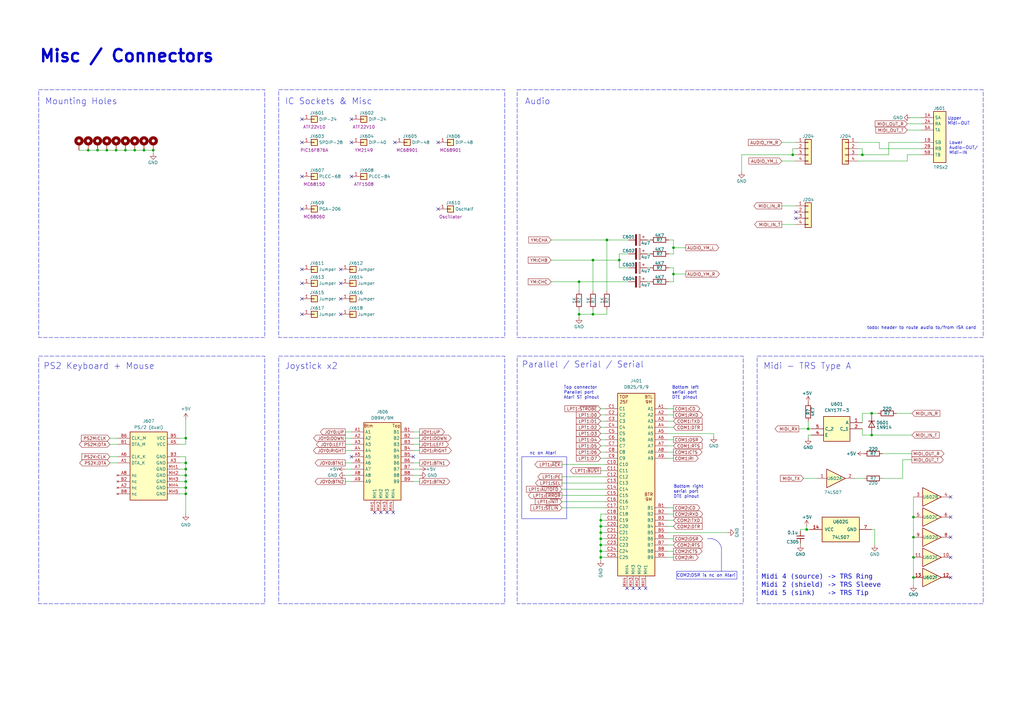
<source format=kicad_sch>
(kicad_sch (version 20230121) (generator eeschema)
  (paper "A3")
  (title_block (title "Raven 68060") (date "2024") (rev "A2") (company "Licensed under CERN-OHL-W v2") (comment 1 "(c)2024 Anders Granlund"))
  (junction (at 254 106.68))
  (junction (at 325.12 63.5))
  (junction (at 246.38 223.52))
  (junction (at 246.38 218.44))
  (junction (at 243.205 128.905))
  (junction (at 76.2 179.705))
  (junction (at 36.195 61.595))
  (junction (at 248.92 98.425))
  (junction (at 276.225 101.6))
  (junction (at 47.625 61.595))
  (junction (at 55.245 61.595))
  (junction (at 374.65 236.855))
  (junction (at 76.2 202.565))
  (junction (at 374.65 220.345))
  (junction (at 330.835 217.17))
  (junction (at 51.435 61.595))
  (junction (at 76.2 194.945))
  (junction (at 76.2 189.865))
  (junction (at 353.695 63.5))
  (junction (at 40.005 61.595))
  (junction (at 59.055 61.595))
  (junction (at 331.47 175.895))
  (junction (at 357.505 178.435))
  (junction (at 43.815 61.595))
  (junction (at 357.505 169.545))
  (junction (at 62.865 61.595))
  (junction (at 237.49 128.905))
  (junction (at 237.49 115.57))
  (junction (at 374.65 228.6))
  (junction (at 246.38 220.98))
  (junction (at 276.225 112.395))
  (junction (at 246.38 226.06))
  (junction (at 374.65 212.09))
  (junction (at 246.38 213.36))
  (junction (at 76.2 192.405))
  (junction (at 246.38 228.6))
  (junction (at 243.205 106.68))
  (junction (at 76.2 197.485))
  (junction (at 246.38 215.9))
  (junction (at 76.2 200.025))
  (no_connect (at 123.825 116.205))
  (no_connect (at 262.255 241.3))
  (no_connect (at 123.825 58.42))
  (no_connect (at 139.7 116.205))
  (no_connect (at 389.89 220.345))
  (no_connect (at 123.825 122.555))
  (no_connect (at 123.825 85.725))
  (no_connect (at 161.29 210.185))
  (no_connect (at 123.825 72.39))
  (no_connect (at 158.75 210.185))
  (no_connect (at 326.39 86.995))
  (no_connect (at 139.7 122.555))
  (no_connect (at 326.39 89.535))
  (no_connect (at 259.715 241.3))
  (no_connect (at 123.825 128.905))
  (no_connect (at 144.145 72.39))
  (no_connect (at 169.545 187.325))
  (no_connect (at 144.145 48.895))
  (no_connect (at 153.67 210.185))
  (no_connect (at 389.89 203.835))
  (no_connect (at 257.175 241.3))
  (no_connect (at 389.89 228.6))
  (no_connect (at 123.825 110.49))
  (no_connect (at 161.925 58.42))
  (no_connect (at 144.145 187.325))
  (no_connect (at 179.705 58.42))
  (no_connect (at 179.705 85.725))
  (no_connect (at 389.89 212.09))
  (no_connect (at 144.145 58.42))
  (no_connect (at 123.825 48.895))
  (no_connect (at 139.7 110.49))
  (no_connect (at 389.89 236.855))
  (no_connect (at 156.21 210.185))
  (no_connect (at 139.7 128.905))
  (no_connect (at 264.795 241.3))
  (wire (pts (xy 357.505 217.17) (xy 358.775 217.17)))
  (wire (pts (xy 361.95 186.055) (xy 374.015 186.055)))
  (wire (pts (xy 76.2 189.865) (xy 76.2 192.405)))
  (wire (pts (xy 32.385 61.595) (xy 36.195 61.595)))
  (wire (pts (xy 226.06 98.425) (xy 248.92 98.425)))
  (wire (pts (xy 358.775 217.17) (xy 358.775 223.52)))
  (wire (pts (xy 274.32 115.57) (xy 276.225 115.57)))
  (wire (pts (xy 292.735 177.8) (xy 292.735 179.07)))
  (wire (pts (xy 47.625 61.595) (xy 51.435 61.595)))
  (wire (pts (xy 243.205 106.68) (xy 243.205 119.38)))
  (wire (pts (xy 370.205 196.215) (xy 370.205 188.595)))
  (wire (pts (xy 45.085 189.865) (xy 48.26 189.865)))
  (wire (pts (xy 248.92 127) (xy 248.92 128.905)))
  (wire (pts (xy 230.505 198.12) (xy 248.285 198.12)))
  (wire (pts (xy 226.06 115.57) (xy 237.49 115.57)))
  (wire (pts (xy 351.79 58.42) (xy 360.68 58.42)))
  (wire (pts (xy 276.225 98.425) (xy 274.32 98.425)))
  (wire (pts (xy 55.245 61.595) (xy 59.055 61.595)))
  (wire (pts (xy 246.38 213.36) (xy 248.285 213.36)))
  (wire (pts (xy 246.38 177.8) (xy 248.285 177.8)))
  (wire (pts (xy 172.085 177.165) (xy 169.545 177.165)))
  (wire (pts (xy 325.12 63.5) (xy 326.39 63.5)))
  (wire (pts (xy 273.685 187.96) (xy 276.225 187.96)))
  (wire (pts (xy 326.39 60.96) (xy 325.12 60.96)))
  (wire (pts (xy 76.2 187.325) (xy 76.2 189.865)))
  (wire (pts (xy 377.825 58.42) (xy 364.49 58.42)))
  (wire (pts (xy 73.66 179.705) (xy 76.2 179.705)))
  (wire (pts (xy 353.695 169.545) (xy 357.505 169.545)))
  (wire (pts (xy 141.605 197.485) (xy 144.145 197.485)))
  (wire (pts (xy 243.205 127) (xy 243.205 128.905)))
  (wire (pts (xy 273.685 180.34) (xy 276.225 180.34)))
  (wire (pts (xy 372.11 63.5) (xy 377.825 63.5)))
  (wire (pts (xy 332.74 178.435) (xy 331.47 178.435)))
  (wire (pts (xy 364.49 58.42) (xy 364.49 63.5)))
  (wire (pts (xy 237.49 127) (xy 237.49 128.905)))
  (wire (pts (xy 265.43 98.425) (xy 266.7 98.425)))
  (wire (pts (xy 360.68 58.42) (xy 360.68 60.96)))
  (wire (pts (xy 45.085 182.245) (xy 48.26 182.245)))
  (wire (pts (xy 246.38 220.98) (xy 248.285 220.98)))
  (wire (pts (xy 265.43 104.14) (xy 266.7 104.14)))
  (wire (pts (xy 237.49 128.905) (xy 237.49 130.175)))
  (wire (pts (xy 257.81 109.855) (xy 254 109.855)))
  (wire (pts (xy 226.06 106.68) (xy 243.205 106.68)))
  (wire (pts (xy 243.205 106.68) (xy 254 106.68)))
  (wire (pts (xy 248.92 98.425) (xy 248.92 119.38)))
  (wire (pts (xy 330.835 215.9) (xy 330.835 217.17)))
  (wire (pts (xy 246.38 170.18) (xy 248.285 170.18)))
  (wire (pts (xy 141.605 184.785) (xy 144.145 184.785)))
  (wire (pts (xy 273.685 172.72) (xy 276.225 172.72)))
  (wire (pts (xy 372.11 66.04) (xy 372.11 63.5)))
  (wire (pts (xy 273.685 182.88) (xy 276.225 182.88)))
  (wire (pts (xy 172.085 182.245) (xy 169.545 182.245)))
  (wire (pts (xy 59.055 61.595) (xy 62.865 61.595)))
  (wire (pts (xy 73.66 189.865) (xy 76.2 189.865)))
  (wire (pts (xy 372.11 50.8) (xy 377.825 50.8)))
  (wire (pts (xy 73.66 200.025) (xy 76.2 200.025)))
  (wire (pts (xy 273.685 167.64) (xy 276.225 167.64)))
  (wire (pts (xy 353.695 63.5) (xy 351.79 63.5)))
  (wire (pts (xy 73.66 194.945) (xy 76.2 194.945)))
  (wire (pts (xy 246.38 218.44) (xy 248.285 218.44)))
  (wire (pts (xy 73.66 182.245) (xy 76.2 182.245)))
  (wire (pts (xy 246.38 167.64) (xy 248.285 167.64)))
  (wire (pts (xy 254 109.855) (xy 254 106.68)))
  (wire (pts (xy 254 106.68) (xy 254 104.14)))
  (wire (pts (xy 73.66 187.325) (xy 76.2 187.325)))
  (wire (pts (xy 353.695 178.435) (xy 357.505 178.435)))
  (wire (pts (xy 141.605 179.705) (xy 144.145 179.705)))
  (wire (pts (xy 276.225 112.395) (xy 281.305 112.395)))
  (wire (pts (xy 320.675 92.075) (xy 326.39 92.075)))
  (wire (pts (xy 276.225 98.425) (xy 276.225 101.6)))
  (wire (pts (xy 328.295 217.17) (xy 328.295 217.805)))
  (wire (pts (xy 237.49 115.57) (xy 257.81 115.57)))
  (wire (pts (xy 172.085 184.785) (xy 169.545 184.785)))
  (wire (pts (xy 254 104.14) (xy 257.81 104.14)))
  (wire (pts (xy 273.685 220.98) (xy 276.225 220.98)))
  (wire (pts (xy 246.38 226.06) (xy 248.285 226.06)))
  (wire (pts (xy 172.085 189.865) (xy 169.545 189.865)))
  (wire (pts (xy 327.66 175.895) (xy 331.47 175.895)))
  (wire (pts (xy 353.695 175.895) (xy 353.695 178.435)))
  (wire (pts (xy 246.38 193.04) (xy 248.285 193.04)))
  (wire (pts (xy 246.38 187.96) (xy 248.285 187.96)))
  (wire (pts (xy 73.66 192.405) (xy 76.2 192.405)))
  (wire (pts (xy 76.2 172.085) (xy 76.2 179.705)))
  (wire (pts (xy 230.505 195.58) (xy 248.285 195.58)))
  (wire (pts (xy 243.205 128.905) (xy 248.92 128.905)))
  (wire (pts (xy 374.65 203.835) (xy 374.65 212.09)))
  (wire (pts (xy 276.225 115.57) (xy 276.225 112.395)))
  (wire (pts (xy 374.65 228.6) (xy 374.65 236.855)))
  (wire (pts (xy 141.605 189.865) (xy 144.145 189.865)))
  (wire (pts (xy 230.505 200.66) (xy 248.285 200.66)))
  (wire (pts (xy 374.65 220.345) (xy 374.65 228.6)))
  (wire (pts (xy 320.675 66.04) (xy 326.39 66.04)))
  (wire (pts (xy 351.79 66.04) (xy 372.11 66.04)))
  (wire (pts (xy 374.65 236.855) (xy 374.65 240.03)))
  (wire (pts (xy 246.38 210.82) (xy 246.38 213.36)))
  (wire (pts (xy 273.685 175.26) (xy 276.225 175.26)))
  (wire (pts (xy 246.38 175.26) (xy 248.285 175.26)))
  (wire (pts (xy 141.605 194.945) (xy 144.145 194.945)))
  (wire (pts (xy 329.565 196.215) (xy 335.28 196.215)))
  (wire (pts (xy 276.225 104.14) (xy 276.225 101.6)))
  (wire (pts (xy 246.38 180.34) (xy 248.285 180.34)))
  (wire (pts (xy 237.49 128.905) (xy 243.205 128.905)))
  (wire (pts (xy 276.225 112.395) (xy 276.225 109.855)))
  (wire (pts (xy 273.685 208.28) (xy 276.225 208.28)))
  (wire (pts (xy 45.085 187.325) (xy 48.26 187.325)))
  (wire (pts (xy 276.225 101.6) (xy 281.305 101.6)))
  (wire (pts (xy 62.865 61.595) (xy 62.865 62.865)))
  (wire (pts (xy 76.2 197.485) (xy 76.2 200.025)))
  (wire (pts (xy 246.38 223.52) (xy 246.38 226.06)))
  (wire (pts (xy 246.38 215.9) (xy 248.285 215.9)))
  (wire (pts (xy 230.505 205.74) (xy 248.285 205.74)))
  (wire (pts (xy 331.47 175.895) (xy 331.47 172.72)))
  (wire (pts (xy 273.685 215.9) (xy 276.225 215.9)))
  (wire (pts (xy 172.085 192.405) (xy 169.545 192.405)))
  (wire (pts (xy 274.32 104.14) (xy 276.225 104.14)))
  (wire (pts (xy 141.605 192.405) (xy 144.145 192.405)))
  (wire (pts (xy 246.38 228.6) (xy 246.38 229.87)))
  (wire (pts (xy 357.505 169.545) (xy 357.505 170.18)))
  (wire (pts (xy 351.79 60.96) (xy 353.695 60.96)))
  (wire (pts (xy 172.085 197.485) (xy 169.545 197.485)))
  (wire (pts (xy 273.685 226.06) (xy 276.225 226.06)))
  (wire (pts (xy 373.38 48.26) (xy 377.825 48.26)))
  (wire (pts (xy 374.65 212.09) (xy 374.65 220.345)))
  (wire (pts (xy 357.505 178.435) (xy 374.015 178.435)))
  (wire (pts (xy 141.605 177.165) (xy 144.145 177.165)))
  (wire (pts (xy 304.165 63.5) (xy 325.12 63.5)))
  (wire (pts (xy 246.38 210.82) (xy 248.285 210.82)))
  (wire (pts (xy 367.665 169.545) (xy 374.015 169.545)))
  (wire (pts (xy 76.2 179.705) (xy 76.2 182.245)))
  (wire (pts (xy 246.38 223.52) (xy 248.285 223.52)))
  (wire (pts (xy 45.085 179.705) (xy 48.26 179.705)))
  (wire (pts (xy 273.685 223.52) (xy 276.225 223.52)))
  (wire (pts (xy 350.52 196.215) (xy 354.33 196.215)))
  (wire (pts (xy 273.685 210.82) (xy 276.225 210.82)))
  (wire (pts (xy 328.295 217.17) (xy 330.835 217.17)))
  (wire (pts (xy 325.12 60.96) (xy 325.12 63.5)))
  (wire (pts (xy 237.49 115.57) (xy 237.49 119.38)))
  (wire (pts (xy 331.47 178.435) (xy 331.47 179.705)))
  (wire (pts (xy 172.085 179.705) (xy 169.545 179.705)))
  (wire (pts (xy 360.68 60.96) (xy 377.825 60.96)))
  (wire (pts (xy 172.085 194.945) (xy 169.545 194.945)))
  (wire (pts (xy 372.11 53.34) (xy 377.825 53.34)))
  (wire (pts (xy 40.005 61.595) (xy 43.815 61.595)))
  (wire (pts (xy 36.195 61.595) (xy 40.005 61.595)))
  (wire (pts (xy 73.66 202.565) (xy 76.2 202.565)))
  (wire (pts (xy 246.38 228.6) (xy 248.285 228.6)))
  (wire (pts (xy 357.505 178.435) (xy 357.505 177.8)))
  (wire (pts (xy 265.43 115.57) (xy 266.7 115.57)))
  (wire (pts (xy 246.38 218.44) (xy 246.38 220.98)))
  (wire (pts (xy 230.505 203.2) (xy 248.285 203.2)))
  (wire (pts (xy 76.2 200.025) (xy 76.2 202.565)))
  (wire (pts (xy 370.205 188.595) (xy 374.015 188.595)))
  (wire (pts (xy 364.49 63.5) (xy 353.695 63.5)))
  (wire (pts (xy 246.38 182.88) (xy 248.285 182.88)))
  (wire (pts (xy 330.835 217.17) (xy 332.105 217.17)))
  (wire (pts (xy 320.675 84.455) (xy 326.39 84.455)))
  (wire (pts (xy 51.435 61.595) (xy 55.245 61.595)))
  (wire (pts (xy 230.505 190.5) (xy 248.285 190.5)))
  (wire (pts (xy 353.695 173.355) (xy 353.695 169.545)))
  (wire (pts (xy 276.225 109.855) (xy 274.32 109.855)))
  (wire (pts (xy 357.505 169.545) (xy 360.045 169.545)))
  (wire (pts (xy 246.38 215.9) (xy 246.38 218.44)))
  (wire (pts (xy 273.685 218.44) (xy 298.45 218.44)))
  (wire (pts (xy 320.675 58.42) (xy 326.39 58.42)))
  (wire (pts (xy 273.685 213.36) (xy 276.225 213.36)))
  (wire (pts (xy 246.38 172.72) (xy 248.285 172.72)))
  (wire (pts (xy 141.605 182.245) (xy 144.145 182.245)))
  (wire (pts (xy 273.685 185.42) (xy 276.225 185.42)))
  (wire (pts (xy 76.2 192.405) (xy 76.2 194.945)))
  (wire (pts (xy 246.38 220.98) (xy 246.38 223.52)))
  (wire (pts (xy 304.165 63.5) (xy 304.165 70.485)))
  (wire (pts (xy 230.505 208.28) (xy 248.285 208.28)))
  (wire (pts (xy 76.2 194.945) (xy 76.2 197.485)))
  (wire (pts (xy 246.38 226.06) (xy 246.38 228.6)))
  (wire (pts (xy 76.2 202.565) (xy 76.2 210.82)))
  (wire (pts (xy 273.685 228.6) (xy 276.225 228.6)))
  (wire (pts (xy 246.38 213.36) (xy 246.38 215.9)))
  (wire (pts (xy 73.66 197.485) (xy 76.2 197.485)))
  (wire (pts (xy 328.295 222.885) (xy 328.295 223.52)))
  (wire (pts (xy 246.38 185.42) (xy 248.285 185.42)))
  (wire (pts (xy 273.685 170.18) (xy 276.225 170.18)))
  (wire (pts (xy 47.625 61.595) (xy 43.815 61.595)))
  (wire (pts (xy 273.685 177.8) (xy 292.735 177.8)))
  (wire (pts (xy 248.92 98.425) (xy 257.81 98.425)))
  (wire (pts (xy 353.695 60.96) (xy 353.695 63.5)))
  (wire (pts (xy 331.47 175.895) (xy 332.74 175.895)))
  (wire (pts (xy 265.43 109.855) (xy 266.7 109.855)))
  (wire (pts (xy 361.95 196.215) (xy 370.205 196.215)))
  (arc (start 290.195 220.98) (mid 293.8416 221.7014) (end 295.91 224.79))
  (rectangle (start 310.515 146.05) (end 403.225 247.65) (stroke (width 0) (type dash)))
  (rectangle (start 114.3 146.05) (end 207.01 247.65) (stroke (width 0) (type dash)))
  (rectangle (start 15.875 146.05) (end 108.585 247.65) (stroke (width 0) (type dash)))
  (rectangle (start 295.91 224.79) (end 295.91 234.315))
  (rectangle (start 277.495 234.315) (end 302.26 237.49))
  (rectangle (start 213.995 187.325) (end 232.41 212.725))
  (rectangle (start 212.09 36.83) (end 403.225 138.43) (stroke (width 0) (type dash)))
  (rectangle (start 212.09 146.05) (end 304.8 247.65) (stroke (width 0) (type dash)))
  (rectangle (start 114.3 36.83) (end 207.01 138.43) (stroke (width 0) (type dash)))
  (rectangle (start 15.875 36.83) (end 108.585 138.43) (stroke (width 0) (type dash)))
  (text "PS2 Keyboard + Mouse" (at 17.78 151.765 0) (effects (font (size 2.54 2.54)) (justify left bottom)))
  (text "Bottom right\nserial port\nDTE pinout" (at 276.225 204.47 0) (effects (font (size 1.27 1.27)) (justify left bottom)))
  (text "IC Sockets & Misc" (at 116.84 43.18 0) (effects (font (size 2.54 2.54)) (justify left bottom)))
  (text "Parallel / Serial / Serial" (at 213.995 151.13 0) (effects (font (size 2.54 2.54)) (justify left bottom)))
  (text "Bottom left\nserial port\nDTE pinout" (at 275.59 163.83 0) (effects (font (size 1.27 1.27)) (justify left bottom)))
  (text "Mounting Holes" (at 18.415 43.18 0) (effects (font (size 2.54 2.54)) (justify left bottom)))
  (text "Midi - TRS Type A" (at 313.055 151.765 0) (effects (font (size 2.54 2.54)) (justify left bottom)))
  (text "Lower\nAudio-OUT/\nMidi-IN" (at 389.255 63.5 0) (effects (font (size 1.27 1.27)) (justify left bottom)))
  (text "COM2:DSR is nc on Atari\n" (at 277.495 236.855 0) (effects (font (size 1.27 1.27)) (justify left bottom)))
  (text "todo: header to route audio to/from ISA card" (at 355.6 135.255 0) (effects (font (size 1.27 1.27)) (justify left bottom)))
  (text "Midi 4 (source) -> TRS Ring\nMidi 2 (shield) -> TRS Sleeve\nMidi 5 (sink)   -> TRS Tip" (at 312.42 245.11 0) (effects (font (size 2 2)) (justify left bottom)))
  (text "nc on Atari\n" (at 217.17 186.69 0) (effects (font (size 1.27 1.27)) (justify left bottom)))
  (text "Misc / Connectors" (at 15.875 26.035 0) (effects (font (size 5 5) bold) (justify left bottom)))
  (text "Top connector\nParallel port\nAtari ST pinout" (at 231.14 163.83 0) (effects (font (size 1.27 1.27)) (justify left bottom)))
  (text "Joystick x2" (at 116.84 151.765 0) (effects (font (size 2.54 2.54)) (justify left bottom)))
  (text "Audio" (at 215.265 43.18 0) (effects (font (size 2.54 2.54)) (justify left bottom)))
  (text "Upper\nMidi-OUT" (at 388.62 51.435 0) (effects (font (size 1.27 1.27)) (justify left bottom)))
  (global_label "MIDI_RX" (shape output) (at 327.66 175.895 180) (property "Intersheetrefs" "${INTERSHEET_REFS}" (effects hide)))
  (global_label "LPT1:D6" (shape input) (at 246.38 185.42 180) (property "Intersheetrefs" "${INTERSHEET_REFS}" (effects hide)))
  (global_label "LPT1:D5" (shape input) (at 246.38 182.88 180) (property "Intersheetrefs" "${INTERSHEET_REFS}" (effects hide)))
  (global_label "COM1:DTR" (shape input) (at 276.225 175.26 0) (property "Intersheetrefs" "${INTERSHEET_REFS}" (effects hide)))
  (global_label "PS2K:CLK" (shape input) (at 45.085 187.325 180) (property "Intersheetrefs" "${INTERSHEET_REFS}" (effects hide)))
  (global_label "MIDI_OUT_R" (shape input) (at 372.11 50.8 180) (property "Intersheetrefs" "${INTERSHEET_REFS}" (effects hide)))
  (global_label "COM1:RTS" (shape input) (at 276.225 182.88 0) (property "Intersheetrefs" "${INTERSHEET_REFS}" (effects hide)))
  (global_label "COM2:CTS" (shape output) (at 276.225 226.06 0) (property "Intersheetrefs" "${INTERSHEET_REFS}" (effects hide)))
  (global_label "COM1:RI" (shape output) (at 276.225 187.96 0) (property "Intersheetrefs" "${INTERSHEET_REFS}" (effects hide)))
  (global_label "COM1:RXD" (shape output) (at 276.225 170.18 0) (property "Intersheetrefs" "${INTERSHEET_REFS}" (effects hide)))
  (global_label "COM1:TXD" (shape input) (at 276.225 172.72 0) (property "Intersheetrefs" "${INTERSHEET_REFS}" (effects hide)))
  (global_label "LPT1:SEL" (shape output) (at 230.505 198.12 180) (property "Intersheetrefs" "${INTERSHEET_REFS}" (effects hide)))
  (global_label "MIDI_IN_R" (shape output) (at 320.675 84.455 180) (property "Intersheetrefs" "${INTERSHEET_REFS}" (effects hide)))
  (global_label "COM2:RI" (shape output) (at 276.225 228.6 0) (property "Intersheetrefs" "${INTERSHEET_REFS}" (effects hide)))
  (global_label "MIDI_OUT_T" (shape input) (at 372.11 53.34 180) (property "Intersheetrefs" "${INTERSHEET_REFS}" (effects hide)))
  (global_label "LPT1:~{BUSY}" (shape output) (at 246.38 193.04 180) (property "Intersheetrefs" "${INTERSHEET_REFS}" (effects hide)))
  (global_label "YM:CHB" (shape input) (at 226.06 106.68 180) (property "Intersheetrefs" "${INTERSHEET_REFS}" (effects hide)))
  (global_label "LPT1:~{STROBE}" (shape input) (at 246.38 167.64 180) (property "Intersheetrefs" "${INTERSHEET_REFS}" (effects hide)))
  (global_label "JOY0:BTN2" (shape output) (at 141.605 197.485 180) (property "Intersheetrefs" "${INTERSHEET_REFS}" (effects hide)))
  (global_label "PS2K:DTA" (shape bidirectional) (at 45.085 189.865 180) (property "Intersheetrefs" "${INTERSHEET_REFS}" (effects hide)))
  (global_label "LPT1:D1" (shape input) (at 246.38 172.72 180) (property "Intersheetrefs" "${INTERSHEET_REFS}" (effects hide)))
  (global_label "JOY0:LEFT" (shape output) (at 141.605 182.245 180) (property "Intersheetrefs" "${INTERSHEET_REFS}" (effects hide)))
  (global_label "AUDIO_YM_R" (shape output) (at 281.305 112.395 0) (property "Intersheetrefs" "${INTERSHEET_REFS}" (effects hide)))
  (global_label "MIDI_OUT_R" (shape output) (at 374.015 186.055 0) (property "Intersheetrefs" "${INTERSHEET_REFS}" (effects hide)))
  (global_label "JOY1:BTN1" (shape output) (at 172.085 189.865 0) (property "Intersheetrefs" "${INTERSHEET_REFS}" (effects hide)))
  (global_label "COM2:DSR" (shape output) (at 276.225 220.98 0) (property "Intersheetrefs" "${INTERSHEET_REFS}" (effects hide)))
  (global_label "LPT1:D4" (shape input) (at 246.38 180.34 180) (property "Intersheetrefs" "${INTERSHEET_REFS}" (effects hide)))
  (global_label "COM2:RTS" (shape input) (at 276.225 223.52 0) (property "Intersheetrefs" "${INTERSHEET_REFS}" (effects hide)))
  (global_label "LPT1:PE" (shape output) (at 230.505 195.58 180) (property "Intersheetrefs" "${INTERSHEET_REFS}" (effects hide)))
  (global_label "AUDIO_YM_R" (shape input) (at 320.675 58.42 180) (property "Intersheetrefs" "${INTERSHEET_REFS}" (effects hide)))
  (global_label "AUDIO_YM_L" (shape input) (at 320.675 66.04 180) (property "Intersheetrefs" "${INTERSHEET_REFS}" (effects hide)))
  (global_label "COM2:TXD" (shape input) (at 276.225 213.36 0) (property "Intersheetrefs" "${INTERSHEET_REFS}" (effects hide)))
  (global_label "COM2:DTR" (shape input) (at 276.225 215.9 0) (property "Intersheetrefs" "${INTERSHEET_REFS}" (effects hide)))
  (global_label "LPT1:D0" (shape input) (at 246.38 170.18 180) (property "Intersheetrefs" "${INTERSHEET_REFS}" (effects hide)))
  (global_label "JOY1:LEFT" (shape output) (at 172.085 182.245 0) (property "Intersheetrefs" "${INTERSHEET_REFS}" (effects hide)))
  (global_label "LPT1:~{INIT}" (shape input) (at 230.505 205.74 180) (property "Intersheetrefs" "${INTERSHEET_REFS}" (effects hide)))
  (global_label "JOY0:RIGHT" (shape output) (at 141.605 184.785 180) (property "Intersheetrefs" "${INTERSHEET_REFS}" (effects hide)))
  (global_label "YM:CHC" (shape input) (at 226.06 115.57 180) (property "Intersheetrefs" "${INTERSHEET_REFS}" (effects hide)))
  (global_label "JOY1:RIGHT" (shape output) (at 172.085 184.785 0) (property "Intersheetrefs" "${INTERSHEET_REFS}" (effects hide)))
  (global_label "MIDI_IN_T" (shape input) (at 374.015 178.435 0) (property "Intersheetrefs" "${INTERSHEET_REFS}" (effects hide)))
  (global_label "JOY0:UP" (shape output) (at 141.605 177.165 180) (property "Intersheetrefs" "${INTERSHEET_REFS}" (effects hide)))
  (global_label "AUDIO_YM_L" (shape output) (at 281.305 101.6 0) (property "Intersheetrefs" "${INTERSHEET_REFS}" (effects hide)))
  (global_label "LPT1:D7" (shape input) (at 246.38 187.96 180) (property "Intersheetrefs" "${INTERSHEET_REFS}" (effects hide)))
  (global_label "MIDI_OUT_T" (shape output) (at 374.015 188.595 0) (property "Intersheetrefs" "${INTERSHEET_REFS}" (effects hide)))
  (global_label "COM1:CD" (shape output) (at 276.225 167.64 0) (property "Intersheetrefs" "${INTERSHEET_REFS}" (effects hide)))
  (global_label "LPT1:~{ERROR}" (shape output) (at 230.505 203.2 180) (property "Intersheetrefs" "${INTERSHEET_REFS}" (effects hide)))
  (global_label "LPT1:~{SELIN}" (shape input) (at 230.505 208.28 180) (property "Intersheetrefs" "${INTERSHEET_REFS}" (effects hide)))
  (global_label "COM2:CD" (shape output) (at 276.225 208.28 0) (property "Intersheetrefs" "${INTERSHEET_REFS}" (effects hide)))
  (global_label "COM2:RXD" (shape output) (at 276.225 210.82 0) (property "Intersheetrefs" "${INTERSHEET_REFS}" (effects hide)))
  (global_label "PS2M:DTA" (shape bidirectional) (at 45.085 182.245 180) (property "Intersheetrefs" "${INTERSHEET_REFS}" (effects hide)))
  (global_label "JOY1:BTN2" (shape output) (at 172.085 197.485 0) (property "Intersheetrefs" "${INTERSHEET_REFS}" (effects hide)))
  (global_label "COM1:DSR" (shape output) (at 276.225 180.34 0) (property "Intersheetrefs" "${INTERSHEET_REFS}" (effects hide)))
  (global_label "MIDI_TX" (shape input) (at 329.565 196.215 180) (property "Intersheetrefs" "${INTERSHEET_REFS}" (effects hide)))
  (global_label "MIDI_IN_T" (shape output) (at 320.675 92.075 180) (property "Intersheetrefs" "${INTERSHEET_REFS}" (effects hide)))
  (global_label "PS2M:CLK" (shape input) (at 45.085 179.705 180) (property "Intersheetrefs" "${INTERSHEET_REFS}" (effects hide)))
  (global_label "COM1:CTS" (shape output) (at 276.225 185.42 0) (property "Intersheetrefs" "${INTERSHEET_REFS}" (effects hide)))
  (global_label "LPT1:D2" (shape input) (at 246.38 175.26 180) (property "Intersheetrefs" "${INTERSHEET_REFS}" (effects hide)))
  (global_label "JOY0:BTN1" (shape output) (at 141.605 189.865 180) (property "Intersheetrefs" "${INTERSHEET_REFS}" (effects hide)))
  (global_label "YM:CHA" (shape input) (at 226.06 98.425 180) (property "Intersheetrefs" "${INTERSHEET_REFS}" (effects hide)))
  (global_label "JOY1:DOWN" (shape output) (at 172.085 179.705 0) (property "Intersheetrefs" "${INTERSHEET_REFS}" (effects hide)))
  (global_label "JOY1:UP" (shape output) (at 172.085 177.165 0) (property "Intersheetrefs" "${INTERSHEET_REFS}" (effects hide)))
  (global_label "LPT1:~{AUTOFD}" (shape input) (at 230.505 200.66 180) (property "Intersheetrefs" "${INTERSHEET_REFS}" (effects hide)))
  (global_label "LPT1:~{ACK}" (shape output) (at 230.505 190.5 180) (property "Intersheetrefs" "${INTERSHEET_REFS}" (effects hide)))
  (global_label "LPT1:D3" (shape input) (at 246.38 177.8 180) (property "Intersheetrefs" "${INTERSHEET_REFS}" (effects hide)))
  (global_label "JOY0:DOWN" (shape output) (at 141.605 179.705 180) (property "Intersheetrefs" "${INTERSHEET_REFS}" (effects hide)))
  (global_label "MIDI_IN_R" (shape input) (at 374.015 169.545 0) (property "Intersheetrefs" "${INTERSHEET_REFS}" (effects hide)))
  (symbol (lib_id "68k:STX-4235-33") (at 377.825 48.26 0) (unit 1)
    (property "Reference" "J601" (at 382.905 44.45 0) (effects (justify left)))
    (property "Value" "TRSx2" (at 382.905 68.58 0) (effects (justify left)))
    (property "Footprint" "68k:STX4235-33" (effects hide))
    (property "Datasheet" "https://www.kycon.com/Pub_Eng_Draw/STX-4235-3-3-N.pdf" (effects hide))
    (property "Mouser Part Number" "806-STX-4235-3/3-N" (effects hide))
    (property "Manufacturer_Name" "Kycon" (effects hide))
    (property "Manufacturer_Part_Number" "STX-4235-3/3-N" (effects hide))
  )
  (symbol (lib_id "Connector_Generic:Conn_01x01") (at 184.785 85.725 0) (unit 1) (on_board no)
    (property "Reference" "JX610" (at 182.88 83.185 0) (effects (justify left)))
    (property "Value" "OscHalf" (at 186.69 85.725 0) (effects (justify left)))
    (property "Datasheet" "https://www.mouser.se/datasheet/2/35/14005-oscillator-socket-1225747.pdf" (effects hide))
    (property "IC" "Oscillator" (at 184.785 88.9 0))
    (property "Manufacturer_Name" "Aries Electronics" (effects hide))
    (property "Manufacturer_Part_Number" "1108800" (effects hide))
  )
  (symbol (lib_id "power:+5V") (at 354.33 186.055 90) (unit 1)
    (property "Reference" "#PWR?" (effects hide))
    (property "Value" "+5V" (at 351.155 186.055 90) (effects (justify left)))
    (instances (project "raven" (path "" (reference "#PWR?") (unit 1)) (path "" (reference "#PWR0404") (unit 1)) (path "" (reference "#PWR0434") (unit 1)) (path "" (reference "#PWR0609") (unit 1))))
  )
  (symbol (lib_id "68k:ATX_Hole") (at 59.055 59.055 0) (unit 1) (in_bom no)
    (property "Reference" "H?" (effects hide))
    (property "Value" "MountingHole_Pad-Mechanical" (effects hide))
    (property "Footprint" "68k:ATX_hole" (effects hide))
    (instances (project "raven" (path "" (reference "H?") (unit 1)) (path "" (reference "H208") (unit 1)) (path "" (reference "H608") (unit 1))))
  )
  (symbol (lib_id "Connector_Generic:Conn_01x01") (at 128.905 85.725 0) (unit 1) (on_board no)
    (property "Reference" "JX609" (at 127 83.185 0) (effects (justify left)))
    (property "Value" "PGA-206" (at 130.81 85.725 0) (effects (justify left)))
    (property "IC" "MC68060" (at 128.905 88.9 0))
    (property "Manufacturer_Name" "Archi-TECH" (effects hide))
    (property "Manufacturer_Part_Number" "1870-5222B" (effects hide))
  )
  (symbol (lib_id "Connector_Generic:Conn_01x01") (at 128.905 58.42 0) (unit 1) (on_board no)
    (property "Reference" "JX603" (at 127 55.88 0) (effects (justify left)))
    (property "Value" "SPDIP-28" (at 130.81 58.42 0) (effects (justify left)))
    (property "Footprint" "Package_DIP:DIP-28_W7.62mm_Socket" (effects hide))
    (property "IC" "PIC16F876A" (at 128.905 61.595 0))
    (property "Manufacturer_Name" "TE Connectivity" (effects hide))
    (property "Manufacturer_Part_Number" "1-2199298-9" (effects hide))
  )
  (symbol (lib_id "Diode:1N914") (at 357.505 173.99 270) (unit 1)
    (property "Reference" "D601" (at 359.41 173.355 90) (effects (justify left)))
    (property "Value" "1N914" (at 359.41 175.26 90) (effects (justify left)))
    (property "Footprint" "Diode_SMD:D_SOD-123F" (effects hide))
    (property "Datasheet" "http://www.vishay.com/docs/85622/1n914.pdf" (effects hide))
    (property "Sim.Device" "D" (effects hide))
    (property "Sim.Pins" "1=K 2=A" (effects hide))
    (property "Manufacturer_Name" "Taiwan Semiconductor" (effects hide))
    (property "Manufacturer_Part_Number" "1N914BW RHG" (effects hide))
  )
  (symbol (lib_id "Connector_Generic:Conn_01x01") (at 128.905 122.555 0) (unit 1) (on_board no)
    (property "Reference" "JX615" (at 127 120.015 0) (effects (justify left)))
    (property "Value" "Jumper" (at 130.81 122.555 0) (effects (justify left)))
    (property "Datasheet" "https://www.mouser.se/datasheet/2/418/8/ENG_CD_881545_K4-2298374.pdf" (effects hide))
    (property "Manufacturer_Name" "TE Connectivity" (effects hide))
    (property "Manufacturer_Part_Number" "1-881545-4" (effects hide))
  )
  (symbol (lib_id "68k:ATX_Hole") (at 32.385 59.055 0) (unit 1) (in_bom no)
    (property "Reference" "H?" (effects hide))
    (property "Value" "MountingHole_Pad-Mechanical" (effects hide))
    (property "Footprint" "68k:ATX_hole" (effects hide))
    (instances (project "raven" (path "" (reference "H?") (unit 1)) (path "" (reference "H201") (unit 1)) (path "" (reference "H601") (unit 1))))
  )
  (symbol (lib_id "power:GND") (at 373.38 48.26 270) (unit 1)
    (property "Reference" "#PWR?" (effects hide))
    (property "Value" "GND" (at 368.3 48.26 90))
    (instances (project "raven" (path "" (reference "#PWR?") (unit 1)) (path "" (reference "#PWR0338") (unit 1)) (path "" (reference "#PWR0415") (unit 1)) (path "" (reference "#PWR0437") (unit 1)) (path "" (reference "#PWR0601") (unit 1))))
  )
  (symbol (lib_id "Connector_Generic:Conn_01x01") (at 144.78 110.49 0) (unit 1) (on_board no)
    (property "Reference" "JX612" (at 142.875 107.95 0) (effects (justify left)))
    (property "Value" "Jumper" (at 146.685 110.49 0) (effects (justify left)))
    (property "Datasheet" "https://www.mouser.se/datasheet/2/418/8/ENG_CD_881545_K4-2298374.pdf" (effects hide))
    (property "Manufacturer_Name" "TE Connectivity" (effects hide))
    (property "Manufacturer_Part_Number" "1-881545-4" (effects hide))
  )
  (symbol (lib_id "Connector_Generic:Conn_01x04") (at 346.71 60.96 0) (mirror y) (unit 1)
    (property "Reference" "J204" (at 346.71 55.88 0))
    (property "Value" "PinHdr_01x04" (effects hide))
    (property "Footprint" "Connector_PinHeader_2.54mm:PinHeader_1x04_P2.54mm_Vertical" (effects hide))
    (property "Manufacturer_Name" "Wurth Elektronik" (effects hide))
    (property "Manufacturer_Part_Number" "61300411121" (effects hide))
    (instances (project "raven" (path "" (reference "J204") (unit 1)) (path "" (reference "J603") (unit 1))))
  )
  (symbol (lib_id "74xx:74LS07") (at 382.27 212.09 0) (unit 3)
    (property "Reference" "U602" (at 381.635 212.09 0))
    (property "Value" "74LS07" (effects hide))
    (property "Footprint" "Package_SO:SOIC-14_3.9x8.7mm_P1.27mm" (effects hide))
    (property "Datasheet" "www.ti.com/lit/ds/symlink/sn74ls07.pdf" (effects hide))
    (property "Manufacturer_Name" "TI" (effects hide))
    (property "Manufacturer_Part_Number" "SN74LS07DR" (effects hide))
  )
  (symbol (lib_id "68k:ATX_Hole") (at 36.195 59.055 0) (unit 1) (in_bom no)
    (property "Reference" "H?" (effects hide))
    (property "Value" "MountingHole_Pad-Mechanical" (effects hide))
    (property "Footprint" "68k:ATX_hole" (effects hide))
    (instances (project "raven" (path "" (reference "H?") (unit 1)) (path "" (reference "H202") (unit 1)) (path "" (reference "H602") (unit 1))))
  )
  (symbol (lib_id "power:GND") (at 328.295 223.52 0) (unit 1)
    (property "Reference" "#PWR?" (effects hide))
    (property "Value" "GND" (at 328.295 227.33 0))
    (instances (project "raven" (path "" (reference "#PWR?") (unit 1)) (path "" (reference "#PWR0338") (unit 1)) (path "" (reference "#PWR0415") (unit 1)) (path "" (reference "#PWR0437") (unit 1)) (path "" (reference "#PWR0617") (unit 1))))
  )
  (symbol (lib_id "68k:DB9M/9M") (at 144.145 177.165 0) (unit 1)
    (property "Reference" "J606" (at 156.845 168.91 0))
    (property "Value" "DB9M/9M" (at 156.845 171.45 0))
    (property "Footprint" "K42XE9PPA4NJ" (effects hide))
    (property "Datasheet" "https://componentsearchengine.com/Datasheets/1/K42X-E9P_P-A4NJ.pdf" (effects hide))
    (property "Height" "31.6" (effects hide))
    (property "Mouser Part Number" "806-K42X-E9P/P-A4NJ" (effects hide))
    (property "Mouser Price/Stock" "https://www.mouser.com/Search/Refine.aspx?Keyword=806-K42X-E9P%2FP-A4NJ" (effects hide))
    (property "Manufacturer_Name" "Kycon" (effects hide))
    (property "Manufacturer_Part_Number" "K42X-E9P/P-A4NJ" (effects hide))
  )
  (symbol (lib_id "power:+5V") (at 331.47 165.1 0) (unit 1)
    (property "Reference" "#PWR?" (effects hide))
    (property "Value" "+5V" (at 328.93 161.29 0) (effects (justify left)))
    (instances (project "raven" (path "" (reference "#PWR?") (unit 1)) (path "" (reference "#PWR0404") (unit 1)) (path "" (reference "#PWR0434") (unit 1)) (path "" (reference "#PWR0605") (unit 1))))
  )
  (symbol (lib_id "Connector_Generic:Conn_01x01") (at 149.225 48.895 0) (unit 1) (on_board no)
    (property "Reference" "JX602" (at 147.32 46.355 0) (effects (justify left)))
    (property "Value" "DIP-24" (at 151.13 48.895 0) (effects (justify left)))
    (property "Footprint" "Package_DIP:DIP-24_W7.62mm_Socket" (effects hide))
    (property "IC" "ATF22V10" (at 149.225 52.07 0))
    (property "Manufacturer_Name" "TE Connectivity" (effects hide))
    (property "Manufacturer_Part_Number" "1-2199298-8" (effects hide))
  )
  (symbol (lib_id "68k:ATX_Hole") (at 40.005 59.055 0) (unit 1) (in_bom no)
    (property "Reference" "H?" (effects hide))
    (property "Value" "MountingHole_Pad-Mechanical" (effects hide))
    (property "Footprint" "68k:ATX_hole" (effects hide))
    (instances (project "raven" (path "" (reference "H?") (unit 1)) (path "" (reference "H203") (unit 1)) (path "" (reference "H603") (unit 1))))
  )
  (symbol (lib_id "Device:R") (at 248.92 123.19 0) (unit 1)
    (property "Reference" "R?" (at 248.92 123.19 90))
    (property "Value" "1K" (at 247.015 123.19 90))
    (property "Footprint" "Resistor_SMD:R_1206_3216Metric_Pad1.30x1.75mm_HandSolder" (effects hide))
    (property "Manufacturer_Name" "Yageo" (effects hide))
    (property "Manufacturer_Part_Number" "RT1206FRE071KL" (effects hide))
    (instances (project "raven" (path "" (reference "R?") (unit 1)) (path "" (reference "R19") (unit 1)) (path "" (reference "R401") (unit 1)) (path "" (reference "R412") (unit 1)) (path "" (reference "R607") (unit 1))))
  )
  (symbol (lib_id "Connector_Generic:Conn_01x04") (at 331.47 86.995 0) (unit 1)
    (property "Reference" "J204" (at 331.47 81.915 0))
    (property "Value" "PinHdr_01x04" (effects hide))
    (property "Footprint" "Connector_PinHeader_2.54mm:PinHeader_1x04_P2.54mm_Vertical" (effects hide))
    (property "Manufacturer_Name" "Wurth Elektronik" (effects hide))
    (property "Manufacturer_Part_Number" "61300411121" (effects hide))
    (instances (project "raven" (path "" (reference "J204") (unit 1)) (path "" (reference "J604") (unit 1))))
  )
  (symbol (lib_id "power:GND") (at 374.65 240.03 0) (unit 1)
    (property "Reference" "#PWR?" (effects hide))
    (property "Value" "GND" (at 374.65 243.84 0))
    (instances (project "raven" (path "" (reference "#PWR?") (unit 1)) (path "" (reference "#PWR0338") (unit 1)) (path "" (reference "#PWR0415") (unit 1)) (path "" (reference "#PWR0437") (unit 1)) (path "" (reference "#PWR0620") (unit 1))))
  )
  (symbol (lib_id "Device:R") (at 363.855 169.545 270) (unit 1)
    (property "Reference" "R?" (at 363.855 169.545 90))
    (property "Value" "220" (at 363.855 167.64 90))
    (property "Footprint" "Resistor_SMD:R_1206_3216Metric_Pad1.30x1.75mm_HandSolder" (effects hide))
    (property "Manufacturer_Name" "Yageo" (effects hide))
    (property "Manufacturer_Part_Number" "RT1206FRE07220RL" (effects hide))
    (instances (project "raven" (path "" (reference "R?") (unit 1)) (path "" (reference "R19") (unit 1)) (path "" (reference "R401") (unit 1)) (path "" (reference "R415") (unit 1)) (path "" (reference "R609") (unit 1))))
  )
  (symbol (lib_id "Connector_Generic:Conn_01x01") (at 128.905 116.205 0) (unit 1) (on_board no)
    (property "Reference" "JX613" (at 127 113.665 0) (effects (justify left)))
    (property "Value" "Jumper" (at 130.81 116.205 0) (effects (justify left)))
    (property "Datasheet" "https://www.mouser.se/datasheet/2/418/8/ENG_CD_881545_K4-2298374.pdf" (effects hide))
    (property "Manufacturer_Name" "TE Connectivity" (effects hide))
    (property "Manufacturer_Part_Number" "1-881545-4" (effects hide))
  )
  (symbol (lib_id "68k:PS/2 (dual)") (at 48.26 179.705 0) (unit 1)
    (property "Reference" "J607" (at 60.96 172.72 0))
    (property "Value" "PS/2 (dual)" (at 60.96 175.26 0))
    (property "Footprint" "KMDGX6SGPS4N" (effects hide))
    (property "Datasheet" "https://www.mouser.se/datasheet/2/222/KMDGX_STACKED-334813.pdf" (effects hide))
    (property "Height" "28.55" (effects hide))
    (property "Mouser Part Number" "806-KMDGX-6SGP-S4N" (effects hide))
    (property "Mouser Price/Stock" "https://www.mouser.co.uk/ProductDetail/Kycon/KMDGX-6SG-P-S4N?qs=wzaPhkLM3Q5CI9SGP7X58Q%3D%3D" (effects hide))
    (property "Manufacturer_Name" "Kycon" (effects hide))
    (property "Manufacturer_Part_Number" "KMDGX-6SG/P-S4N" (effects hide))
  )
  (symbol (lib_id "Connector_Generic:Conn_01x01") (at 149.225 72.39 0) (unit 1) (on_board no)
    (property "Reference" "JX608" (at 147.32 69.85 0) (effects (justify left)))
    (property "Value" "PLCC-84" (at 151.13 72.39 0) (effects (justify left)))
    (property "Footprint" "Package_LCC:PLCC-84_THT-Socket" (effects hide))
    (property "IC" "ATF1508" (at 149.225 75.565 0))
    (property "Manufacturer_Name" "Preci-dip" (effects hide))
    (property "Manufacturer_Part_Number" "540-88-084-24-008" (effects hide))
  )
  (symbol (lib_id "power:+5V") (at 172.085 192.405 270) (mirror x) (unit 1)
    (property "Reference" "#PWR0611" (effects hide))
    (property "Value" "+5V" (at 174.625 192.405 90) (effects (justify left)))
  )
  (symbol (lib_id "Connector_Generic:Conn_01x01") (at 167.005 58.42 0) (unit 1) (on_board no)
    (property "Reference" "JX605" (at 165.1 55.88 0) (effects (justify left)))
    (property "Value" "DIP-48" (at 168.91 58.42 0) (effects (justify left)))
    (property "Footprint" "Package_DIP:DIP-48_W15.24mm_Socket" (effects hide))
    (property "IC" "MC68901" (at 167.005 61.595 0))
    (property "Manufacturer_Name" "3M" (effects hide))
    (property "Manufacturer_Part_Number" "4848-6000-CP" (effects hide))
  )
  (symbol (lib_id "power:+5V") (at 141.605 192.405 90) (unit 1)
    (property "Reference" "#PWR0610" (effects hide))
    (property "Value" "+5V" (at 139.065 192.405 90) (effects (justify left)))
  )
  (symbol (lib_id "68k:CNY17F-3") (at 360.68 173.355 0) (mirror y) (unit 1)
    (property "Reference" "U601" (at 343.2175 165.735 0))
    (property "Value" "CNY17F-3" (at 343.2175 168.275 0))
    (property "Footprint" "DIP762W60P254L730H430Q6N" (effects hide))
    (property "Datasheet" "https://componentsearchengine.com/Datasheets/2/CNY17F-3.pdf" (effects hide))
    (property "Height" "4.3" (effects hide))
    (property "Mouser Part Number" "782-CNY17F-3" (effects hide))
    (property "Mouser Price/Stock" "https://www.mouser.co.uk/ProductDetail/Vishay-Semiconductors/CNY17F-3?qs=xCMk%252BIHWTZPgGZuXIQVmMQ%3D%3D" (effects hide))
    (property "Manufacturer_Name" "Vishay" (effects hide))
    (property "Manufacturer_Part_Number" "CNY17F-3" (effects hide))
  )
  (symbol (lib_id "Device:R") (at 270.51 104.14 270) (unit 1)
    (property "Reference" "R?" (at 270.51 104.14 90))
    (property "Value" "4K7" (at 270.51 102.235 90))
    (property "Footprint" "Resistor_SMD:R_1206_3216Metric_Pad1.30x1.75mm_HandSolder" (effects hide))
    (property "Manufacturer_Name" "Yageo" (effects hide))
    (property "Manufacturer_Part_Number" "RT1206FRE074K7L" (effects hide))
    (instances (project "raven" (path "" (reference "R?") (unit 1)) (path "" (reference "R19") (unit 1)) (path "" (reference "R401") (unit 1)) (path "" (reference "R412") (unit 1)) (path "" (reference "R602") (unit 1))))
  )
  (symbol (lib_id "power:GND") (at 358.775 223.52 0) (unit 1)
    (property "Reference" "#PWR?" (effects hide))
    (property "Value" "GND" (at 358.775 227.33 0))
    (instances (project "raven" (path "" (reference "#PWR?") (unit 1)) (path "" (reference "#PWR0338") (unit 1)) (path "" (reference "#PWR0415") (unit 1)) (path "" (reference "#PWR0437") (unit 1)) (path "" (reference "#PWR0618") (unit 1))))
  )
  (symbol (lib_name "c_100nf_smd1206_1") (lib_id "68k:c_100nf_smd1206") (at 328.295 220.345 0) (unit 1)
    (property "Reference" "C305" (at 325.12 222.25 0))
    (property "Value" "0.1u" (at 325.12 218.44 0))
    (property "Footprint" "Capacitor_SMD:C_1206_3216Metric_Pad1.33x1.80mm_HandSolder" (effects hide))
    (property "Datasheet" "https://www.mouser.se/datasheet/2/447/KEM_C1002_X7R_SMD-3316098.pdf" (effects hide))
    (property "Manufacturer_Name" "Kemet" (effects hide))
    (property "Manufacturer_Part_Number" "C1206C104K5RACTU" (effects hide))
    (instances (project "raven" (path "" (reference "C305") (unit 1)) (path "" (reference "C408") (unit 1)) (path "" (reference "C420") (unit 1)) (path "" (reference "C605") (unit 1))))
  )
  (symbol (lib_id "68k:DB25/9/9") (at 248.285 163.195 0) (unit 1)
    (property "Reference" "J401" (at 260.985 156.21 0))
    (property "Value" "DB25/9/9" (at 260.985 158.75 0))
    (property "Footprint" "68k:L17H26R0121" (effects hide))
    (property "Datasheet" "https://cdn.amphenol-cs.com/media/wysiwyg/files/documentation/datasheet/inputoutput/l17h_stacked_dsub.pdf" (effects hide))
    (property "Mouser Part Number" "523-L17H26R0121" (effects hide))
    (property "Manufacturer_Name" "Amphenol" (effects hide))
    (property "Manufacturer_Part_Number" "L17H26R0121" (effects hide))
    (instances (project "raven" (path "" (reference "J401") (unit 1)) (path "" (reference "J605") (unit 1))))
  )
  (symbol (lib_id "68k:ATX_Hole") (at 47.625 59.055 0) (unit 1) (in_bom no)
    (property "Reference" "H?" (effects hide))
    (property "Value" "MountingHole_Pad-Mechanical" (effects hide))
    (property "Footprint" "68k:ATX_hole" (effects hide))
    (instances (project "raven" (path "" (reference "H?") (unit 1)) (path "" (reference "H205") (unit 1)) (path "" (reference "H605") (unit 1))))
  )
  (symbol (lib_id "power:GND") (at 172.085 194.945 90) (mirror x) (unit 1)
    (property "Reference" "#PWR0613" (effects hide))
    (property "Value" "GND" (at 175.26 194.945 90) (effects (justify right)))
  )
  (symbol (lib_id "Connector_Generic:Conn_01x01") (at 128.905 110.49 0) (unit 1) (on_board no)
    (property "Reference" "JX611" (at 127 107.95 0) (effects (justify left)))
    (property "Value" "Jumper" (at 130.81 110.49 0) (effects (justify left)))
    (property "Datasheet" "https://www.mouser.se/datasheet/2/418/8/ENG_CD_881545_K4-2298374.pdf" (effects hide))
    (property "Manufacturer_Name" "TE Connectivity" (effects hide))
    (property "Manufacturer_Part_Number" "1-881545-4" (effects hide))
  )
  (symbol (lib_id "Device:R") (at 270.51 98.425 270) (unit 1)
    (property "Reference" "R?" (at 270.51 98.425 90))
    (property "Value" "4K7" (at 270.51 96.52 90))
    (property "Footprint" "Resistor_SMD:R_1206_3216Metric_Pad1.30x1.75mm_HandSolder" (effects hide))
    (property "Manufacturer_Name" "Yageo" (effects hide))
    (property "Manufacturer_Part_Number" "RT1206FRE074K7L" (effects hide))
    (instances (project "raven" (path "" (reference "R?") (unit 1)) (path "" (reference "R19") (unit 1)) (path "" (reference "R401") (unit 1)) (path "" (reference "R412") (unit 1)) (path "" (reference "R601") (unit 1))))
  )
  (symbol (lib_id "Device:R") (at 237.49 123.19 0) (unit 1)
    (property "Reference" "R?" (at 237.49 123.19 90))
    (property "Value" "1K" (at 235.585 123.19 90))
    (property "Footprint" "Resistor_SMD:R_1206_3216Metric_Pad1.30x1.75mm_HandSolder" (effects hide))
    (property "Manufacturer_Name" "Yageo" (effects hide))
    (property "Manufacturer_Part_Number" "RT1206FRE071KL" (effects hide))
    (instances (project "raven" (path "" (reference "R?") (unit 1)) (path "" (reference "R19") (unit 1)) (path "" (reference "R401") (unit 1)) (path "" (reference "R412") (unit 1)) (path "" (reference "R605") (unit 1))))
  )
  (symbol (lib_id "74xx:74LS07") (at 382.27 203.835 0) (unit 2)
    (property "Reference" "U602" (at 381.635 203.835 0))
    (property "Value" "74LS07" (effects hide))
    (property "Footprint" "Package_SO:SOIC-14_3.9x8.7mm_P1.27mm" (effects hide))
    (property "Datasheet" "www.ti.com/lit/ds/symlink/sn74ls07.pdf" (effects hide))
    (property "Manufacturer_Name" "TI" (effects hide))
    (property "Manufacturer_Part_Number" "SN74LS07DR" (effects hide))
  )
  (symbol (lib_id "power:GND") (at 62.865 62.865 0) (unit 1)
    (property "Reference" "#PWR?" (effects hide))
    (property "Value" "GND" (at 64.77 66.675 0) (effects (justify right)))
    (instances (project "raven" (path "" (reference "#PWR?") (unit 1)) (path "" (reference "#PWR0230") (unit 1)) (path "" (reference "#PWR0602") (unit 1))))
  )
  (symbol (lib_id "Device:R") (at 358.14 196.215 90) (unit 1)
    (property "Reference" "R?" (at 358.14 196.215 90))
    (property "Value" "220" (at 358.14 198.12 90))
    (property "Footprint" "Resistor_SMD:R_1206_3216Metric_Pad1.30x1.75mm_HandSolder" (effects hide))
    (property "Manufacturer_Name" "Yageo" (effects hide))
    (property "Manufacturer_Part_Number" "RT1206FRE07220RL" (effects hide))
    (instances (project "raven" (path "" (reference "R?") (unit 1)) (path "" (reference "R19") (unit 1)) (path "" (reference "R401") (unit 1)) (path "" (reference "R415") (unit 1)) (path "" (reference "R611") (unit 1))))
  )
  (symbol (lib_id "power:GND") (at 292.735 179.07 0) (unit 1)
    (property "Reference" "#PWR?" (effects hide))
    (property "Value" "GND" (at 292.735 182.88 0))
    (instances (project "raven" (path "" (reference "#PWR?") (unit 1)) (path "" (reference "#PWR0406") (unit 1)) (path "" (reference "#PWR0607") (unit 1))))
  )
  (symbol (lib_id "74xx:74LS07") (at 342.9 196.215 0) (unit 1)
    (property "Reference" "U602" (at 342.265 196.215 0))
    (property "Value" "74LS07" (at 341.63 201.93 0))
    (property "Footprint" "Package_SO:SOIC-14_3.9x8.7mm_P1.27mm" (effects hide))
    (property "Datasheet" "www.ti.com/lit/ds/symlink/sn74ls07.pdf" (effects hide))
    (property "Manufacturer_Name" "TI" (effects hide))
    (property "Manufacturer_Part_Number" "SN74LS07DR" (effects hide))
  )
  (symbol (lib_id "Connector_Generic:Conn_01x01") (at 144.78 128.905 0) (unit 1) (on_board no)
    (property "Reference" "JX618" (at 142.875 126.365 0) (effects (justify left)))
    (property "Value" "Jumper" (at 146.685 128.905 0) (effects (justify left)))
    (property "Datasheet" "https://www.mouser.se/datasheet/2/418/8/ENG_CD_881545_K4-2298374.pdf" (effects hide))
    (property "Manufacturer_Name" "TE Connectivity" (effects hide))
    (property "Manufacturer_Part_Number" "1-881545-4" (effects hide))
  )
  (symbol (lib_id "Connector_Generic:Conn_01x01") (at 128.905 72.39 0) (unit 1) (on_board no)
    (property "Reference" "JX607" (at 127 69.85 0) (effects (justify left)))
    (property "Value" "PLCC-68" (at 130.81 72.39 0) (effects (justify left)))
    (property "Footprint" "Package_LCC:PLCC-68_THT-Socket" (effects hide))
    (property "IC" "MC68150" (at 128.905 75.565 0))
    (property "Manufacturer_Name" "Preci-dip" (effects hide))
    (property "Manufacturer_Part_Number" "540-88-068-24-008" (effects hide))
  )
  (symbol (lib_id "power:GND") (at 331.47 179.705 0) (unit 1)
    (property "Reference" "#PWR?" (effects hide))
    (property "Value" "GND" (at 331.47 183.515 0))
    (instances (project "raven" (path "" (reference "#PWR?") (unit 1)) (path "" (reference "#PWR0338") (unit 1)) (path "" (reference "#PWR0415") (unit 1)) (path "" (reference "#PWR0437") (unit 1)) (path "" (reference "#PWR0608") (unit 1))))
  )
  (symbol (lib_id "Device:C_Polarized") (at 261.62 109.855 270) (unit 1)
    (property "Reference" "C603" (at 257.81 108.585 90))
    (property "Value" "4u7" (at 264.795 111.125 90))
    (property "Footprint" "Capacitor_THT:CP_Radial_D5.0mm_P2.50mm" (effects hide))
    (property "Manufacturer_Name" "Panasonic" (effects hide))
    (property "Manufacturer_Part_Number" "EEU-EB1H4R7SH" (effects hide))
  )
  (symbol (lib_id "power:GND") (at 141.605 194.945 270) (unit 1)
    (property "Reference" "#PWR0612" (effects hide))
    (property "Value" "GND" (at 138.43 194.945 90) (effects (justify right)))
  )
  (symbol (lib_id "Connector_Generic:Conn_01x01") (at 128.905 48.895 0) (unit 1) (on_board no)
    (property "Reference" "JX601" (at 127 46.355 0) (effects (justify left)))
    (property "Value" "DIP-24" (at 130.81 48.895 0) (effects (justify left)))
    (property "Footprint" "Package_DIP:DIP-24_W7.62mm_Socket" (effects hide))
    (property "IC" "ATF22V10" (at 128.905 52.07 0))
    (property "Manufacturer_Name" "TE Connectivity" (effects hide))
    (property "Manufacturer_Part_Number" "1-2199298-8" (effects hide))
  )
  (symbol (lib_id "power:GND") (at 76.2 210.82 0) (unit 1)
    (property "Reference" "#PWR0614" (effects hide))
    (property "Value" "GND" (at 76.2 215.265 0))
  )
  (symbol (lib_id "Device:R") (at 270.51 109.855 270) (unit 1)
    (property "Reference" "R?" (at 270.51 109.855 90))
    (property "Value" "4K7" (at 270.51 107.95 90))
    (property "Footprint" "Resistor_SMD:R_1206_3216Metric_Pad1.30x1.75mm_HandSolder" (effects hide))
    (property "Manufacturer_Name" "Yageo" (effects hide))
    (property "Manufacturer_Part_Number" "RT1206FRE074K7L" (effects hide))
    (instances (project "raven" (path "" (reference "R?") (unit 1)) (path "" (reference "R19") (unit 1)) (path "" (reference "R401") (unit 1)) (path "" (reference "R412") (unit 1)) (path "" (reference "R603") (unit 1))))
  )
  (symbol (lib_id "power:GND") (at 304.165 70.485 0) (unit 1)
    (property "Reference" "#PWR?" (effects hide))
    (property "Value" "GND" (at 304.165 74.295 0))
    (instances (project "raven" (path "" (reference "#PWR?") (unit 1)) (path "" (reference "#PWR0338") (unit 1)) (path "" (reference "#PWR0415") (unit 1)) (path "" (reference "#PWR0437") (unit 1)) (path "" (reference "#PWR0603") (unit 1))))
  )
  (symbol (lib_id "power:GND") (at 298.45 218.44 90) (unit 1)
    (property "Reference" "#PWR?" (effects hide))
    (property "Value" "GND" (at 302.26 218.44 0))
    (instances (project "raven" (path "" (reference "#PWR?") (unit 1)) (path "" (reference "#PWR0410") (unit 1)) (path "" (reference "#PWR0616") (unit 1))))
  )
  (symbol (lib_id "power:+5V") (at 76.2 172.085 0) (unit 1)
    (property "Reference" "#PWR0606" (effects hide))
    (property "Value" "+5V" (at 76.2 167.64 0))
  )
  (symbol (lib_id "Device:C_Polarized") (at 261.62 98.425 270) (unit 1)
    (property "Reference" "C601" (at 257.81 97.155 90))
    (property "Value" "4u7" (at 264.795 99.695 90))
    (property "Footprint" "Capacitor_THT:CP_Radial_D5.0mm_P2.50mm" (effects hide))
    (property "Manufacturer_Name" "Panasonic" (effects hide))
    (property "Manufacturer_Part_Number" "EEU-EB1H4R7SH" (effects hide))
  )
  (symbol (lib_id "Device:C_Polarized") (at 261.62 115.57 270) (unit 1)
    (property "Reference" "C604" (at 257.81 114.3 90))
    (property "Value" "4u7" (at 264.795 116.84 90))
    (property "Footprint" "Capacitor_THT:CP_Radial_D5.0mm_P2.50mm" (effects hide))
    (property "Manufacturer_Name" "Panasonic" (effects hide))
    (property "Manufacturer_Part_Number" "EEU-EB1H4R7SH" (effects hide))
  )
  (symbol (lib_id "74xx:74LS07") (at 382.27 220.345 0) (unit 4)
    (property "Reference" "U602" (at 381.635 220.345 0))
    (property "Value" "74LS07" (effects hide))
    (property "Footprint" "Package_SO:SOIC-14_3.9x8.7mm_P1.27mm" (effects hide))
    (property "Datasheet" "www.ti.com/lit/ds/symlink/sn74ls07.pdf" (effects hide))
    (property "Manufacturer_Name" "TI" (effects hide))
    (property "Manufacturer_Part_Number" "SN74LS07DR" (effects hide))
  )
  (symbol (lib_id "68k:ATX_Hole") (at 43.815 59.055 0) (unit 1) (in_bom no)
    (property "Reference" "H?" (effects hide))
    (property "Value" "MountingHole_Pad-Mechanical" (effects hide))
    (property "Footprint" "68k:ATX_hole" (effects hide))
    (instances (project "raven" (path "" (reference "H?") (unit 1)) (path "" (reference "H204") (unit 1)) (path "" (reference "H604") (unit 1))))
  )
  (symbol (lib_id "power:GND") (at 246.38 229.87 0) (mirror y) (unit 1)
    (property "Reference" "#PWR?" (effects hide))
    (property "Value" "GND" (at 246.38 234.95 90))
    (instances (project "raven" (path "" (reference "#PWR?") (unit 1)) (path "" (reference "#PWR0412") (unit 1)) (path "" (reference "#PWR0619") (unit 1))))
  )
  (symbol (lib_id "Device:R") (at 358.14 186.055 270) (unit 1)
    (property "Reference" "R?" (at 358.14 186.055 90))
    (property "Value" "220" (at 358.14 184.15 90))
    (property "Footprint" "Resistor_SMD:R_1206_3216Metric_Pad1.30x1.75mm_HandSolder" (effects hide))
    (property "Manufacturer_Name" "Yageo" (effects hide))
    (property "Manufacturer_Part_Number" "RT1206FRE07220RL" (effects hide))
    (instances (project "raven" (path "" (reference "R?") (unit 1)) (path "" (reference "R19") (unit 1)) (path "" (reference "R401") (unit 1)) (path "" (reference "R415") (unit 1)) (path "" (reference "R610") (unit 1))))
  )
  (symbol (lib_id "Device:R") (at 270.51 115.57 270) (unit 1)
    (property "Reference" "R?" (at 270.51 115.57 90))
    (property "Value" "4K7" (at 270.51 113.665 90))
    (property "Footprint" "Resistor_SMD:R_1206_3216Metric_Pad1.30x1.75mm_HandSolder" (effects hide))
    (property "Manufacturer_Name" "Yageo" (effects hide))
    (property "Manufacturer_Part_Number" "RT1206FRE074K7L" (effects hide))
    (instances (project "raven" (path "" (reference "R?") (unit 1)) (path "" (reference "R19") (unit 1)) (path "" (reference "R401") (unit 1)) (path "" (reference "R412") (unit 1)) (path "" (reference "R604") (unit 1))))
  )
  (symbol (lib_id "Connector_Generic:Conn_01x04") (at 331.47 60.96 0) (unit 1)
    (property "Reference" "J204" (at 331.47 55.88 0))
    (property "Value" "PinHdr_01x04" (effects hide))
    (property "Footprint" "Connector_PinHeader_2.54mm:PinHeader_1x04_P2.54mm_Vertical" (effects hide))
    (property "Manufacturer_Name" "Wurth Elektronik" (effects hide))
    (property "Manufacturer_Part_Number" "61300411121" (effects hide))
    (instances (project "raven" (path "" (reference "J204") (unit 1)) (path "" (reference "J602") (unit 1))))
  )
  (symbol (lib_id "Connector_Generic:Conn_01x01") (at 149.225 58.42 0) (unit 1) (on_board no)
    (property "Reference" "JX604" (at 147.32 55.88 0) (effects (justify left)))
    (property "Value" "DIP-40" (at 151.13 58.42 0) (effects (justify left)))
    (property "Footprint" "Package_DIP:DIP-40_W15.24mm_Socket" (effects hide))
    (property "IC" "YM2149" (at 149.225 61.595 0))
    (property "Manufacturer_Name" "3M" (effects hide))
    (property "Manufacturer_Part_Number" "4840-6000-CP" (effects hide))
  )
  (symbol (lib_id "Device:R") (at 331.47 168.91 180) (unit 1)
    (property "Reference" "R?" (at 331.47 168.91 90))
    (property "Value" "4K7" (at 333.375 168.91 90))
    (property "Footprint" "Resistor_SMD:R_1206_3216Metric_Pad1.30x1.75mm_HandSolder" (effects hide))
    (property "Manufacturer_Name" "Yageo" (effects hide))
    (property "Manufacturer_Part_Number" "RT1206FRE074K7L" (effects hide))
    (instances (project "raven" (path "" (reference "R?") (unit 1)) (path "" (reference "R19") (unit 1)) (path "" (reference "R401") (unit 1)) (path "" (reference "R415") (unit 1)) (path "" (reference "R608") (unit 1))))
  )
  (symbol (lib_id "74xx:74LS07") (at 344.805 217.17 90) (unit 7)
    (property "Reference" "U602" (at 344.805 213.995 90))
    (property "Value" "74LS07" (at 344.805 220.345 90))
    (property "Footprint" "Package_SO:SOIC-14_3.9x8.7mm_P1.27mm" (effects hide))
    (property "Datasheet" "www.ti.com/lit/ds/symlink/sn74ls07.pdf" (effects hide))
    (property "Manufacturer_Name" "TI" (effects hide))
    (property "Manufacturer_Part_Number" "SN74LS07DR" (effects hide))
  )
  (symbol (lib_id "Connector_Generic:Conn_01x01") (at 144.78 116.205 0) (unit 1) (on_board no)
    (property "Reference" "JX614" (at 142.875 113.665 0) (effects (justify left)))
    (property "Value" "Jumper" (at 146.685 116.205 0) (effects (justify left)))
    (property "Datasheet" "https://www.mouser.se/datasheet/2/418/8/ENG_CD_881545_K4-2298374.pdf" (effects hide))
    (property "Manufacturer_Name" "TE Connectivity" (effects hide))
    (property "Manufacturer_Part_Number" "1-881545-4" (effects hide))
  )
  (symbol (lib_id "68k:ATX_Hole") (at 55.245 59.055 0) (unit 1) (in_bom no)
    (property "Reference" "H?" (effects hide))
    (property "Value" "MountingHole_Pad-Mechanical" (effects hide))
    (property "Footprint" "68k:ATX_hole" (effects hide))
    (instances (project "raven" (path "" (reference "H?") (unit 1)) (path "" (reference "H207") (unit 1)) (path "" (reference "H607") (unit 1))))
  )
  (symbol (lib_id "68k:ATX_Hole") (at 62.865 59.055 0) (unit 1) (in_bom no)
    (property "Reference" "H?" (effects hide))
    (property "Value" "MountingHole_Pad-Mechanical" (effects hide))
    (property "Footprint" "68k:ATX_hole" (effects hide))
    (instances (project "raven" (path "" (reference "H?") (unit 1)) (path "" (reference "H209") (unit 1)) (path "" (reference "H609") (unit 1))))
  )
  (symbol (lib_id "power:+5V") (at 330.835 215.9 0) (unit 1)
    (property "Reference" "#PWR?" (effects hide))
    (property "Value" "+5V" (at 328.93 212.09 0) (effects (justify left)))
    (instances (project "raven" (path "" (reference "#PWR?") (unit 1)) (path "" (reference "#PWR0404") (unit 1)) (path "" (reference "#PWR0434") (unit 1)) (path "" (reference "#PWR0615") (unit 1))))
  )
  (symbol (lib_id "Device:R") (at 243.205 123.19 0) (unit 1)
    (property "Reference" "R?" (at 243.205 123.19 90))
    (property "Value" "1K" (at 241.3 123.19 90))
    (property "Footprint" "Resistor_SMD:R_1206_3216Metric_Pad1.30x1.75mm_HandSolder" (effects hide))
    (property "Manufacturer_Name" "Yageo" (effects hide))
    (property "Manufacturer_Part_Number" "RT1206FRE071KL" (effects hide))
    (instances (project "raven" (path "" (reference "R?") (unit 1)) (path "" (reference "R19") (unit 1)) (path "" (reference "R401") (unit 1)) (path "" (reference "R412") (unit 1)) (path "" (reference "R606") (unit 1))))
  )
  (symbol (lib_id "68k:ATX_Hole") (at 51.435 59.055 0) (unit 1) (in_bom no)
    (property "Reference" "H?" (effects hide))
    (property "Value" "MountingHole_Pad-Mechanical" (effects hide))
    (property "Footprint" "68k:ATX_hole" (effects hide))
    (instances (project "raven" (path "" (reference "H?") (unit 1)) (path "" (reference "H206") (unit 1)) (path "" (reference "H606") (unit 1))))
  )
  (symbol (lib_id "Device:C_Polarized") (at 261.62 104.14 270) (unit 1)
    (property "Reference" "C602" (at 257.81 102.87 90))
    (property "Value" "4u7" (at 264.795 105.41 90))
    (property "Footprint" "Capacitor_THT:CP_Radial_D5.0mm_P2.50mm" (effects hide))
    (property "Manufacturer_Name" "Panasonic" (effects hide))
    (property "Manufacturer_Part_Number" "EEU-EB1H4R7SH" (effects hide))
  )
  (symbol (lib_id "74xx:74LS07") (at 382.27 236.855 0) (unit 6)
    (property "Reference" "U602" (at 381.635 236.855 0))
    (property "Value" "74LS07" (effects hide))
    (property "Footprint" "Package_SO:SOIC-14_3.9x8.7mm_P1.27mm" (effects hide))
    (property "Datasheet" "www.ti.com/lit/ds/symlink/sn74ls07.pdf" (effects hide))
    (property "Manufacturer_Name" "TI" (effects hide))
    (property "Manufacturer_Part_Number" "SN74LS07DR" (effects hide))
  )
  (symbol (lib_id "Connector_Generic:Conn_01x01") (at 128.905 128.905 0) (unit 1) (on_board no)
    (property "Reference" "JX617" (at 127 126.365 0) (effects (justify left)))
    (property "Value" "Jumper" (at 130.81 128.905 0) (effects (justify left)))
    (property "Datasheet" "https://www.mouser.se/datasheet/2/418/8/ENG_CD_881545_K4-2298374.pdf" (effects hide))
    (property "Manufacturer_Name" "TE Connectivity" (effects hide))
    (property "Manufacturer_Part_Number" "1-881545-4" (effects hide))
  )
  (symbol (lib_id "Connector_Generic:Conn_01x01") (at 184.785 58.42 0) (unit 1) (on_board no)
    (property "Reference" "JX606" (at 182.88 55.88 0) (effects (justify left)))
    (property "Value" "DIP-48" (at 186.69 58.42 0) (effects (justify left)))
    (property "Footprint" "Package_DIP:DIP-48_W15.24mm_Socket" (effects hide))
    (property "IC" "MC68901" (at 184.785 61.595 0))
    (property "Manufacturer_Name" "3M" (effects hide))
    (property "Manufacturer_Part_Number" "4848-6000-CP" (effects hide))
  )
  (symbol (lib_id "Connector_Generic:Conn_01x01") (at 144.78 122.555 0) (unit 1) (on_board no)
    (property "Reference" "JX616" (at 142.875 120.015 0) (effects (justify left)))
    (property "Value" "Jumper" (at 146.685 122.555 0) (effects (justify left)))
    (property "Datasheet" "https://www.mouser.se/datasheet/2/418/8/ENG_CD_881545_K4-2298374.pdf" (effects hide))
    (property "Manufacturer_Name" "TE Connectivity" (effects hide))
    (property "Manufacturer_Part_Number" "1-881545-4" (effects hide))
  )
  (symbol (lib_id "power:GND") (at 237.49 130.175 0) (unit 1)
    (property "Reference" "#PWR?" (effects hide))
    (property "Value" "GND" (at 237.49 133.985 0))
    (instances (project "raven" (path "" (reference "#PWR?") (unit 1)) (path "" (reference "#PWR0338") (unit 1)) (path "" (reference "#PWR0415") (unit 1)) (path "" (reference "#PWR0437") (unit 1)) (path "" (reference "#PWR0604") (unit 1))))
  )
  (symbol (lib_id "74xx:74LS07") (at 382.27 228.6 0) (unit 5)
    (property "Reference" "U602" (at 381.635 228.6 0))
    (property "Value" "74LS07" (effects hide))
    (property "Footprint" "Package_SO:SOIC-14_3.9x8.7mm_P1.27mm" (effects hide))
    (property "Datasheet" "www.ti.com/lit/ds/symlink/sn74ls07.pdf" (effects hide))
    (property "Manufacturer_Name" "TI" (effects hide))
    (property "Manufacturer_Part_Number" "SN74LS07DR" (effects hide))
  )
)
</source>
